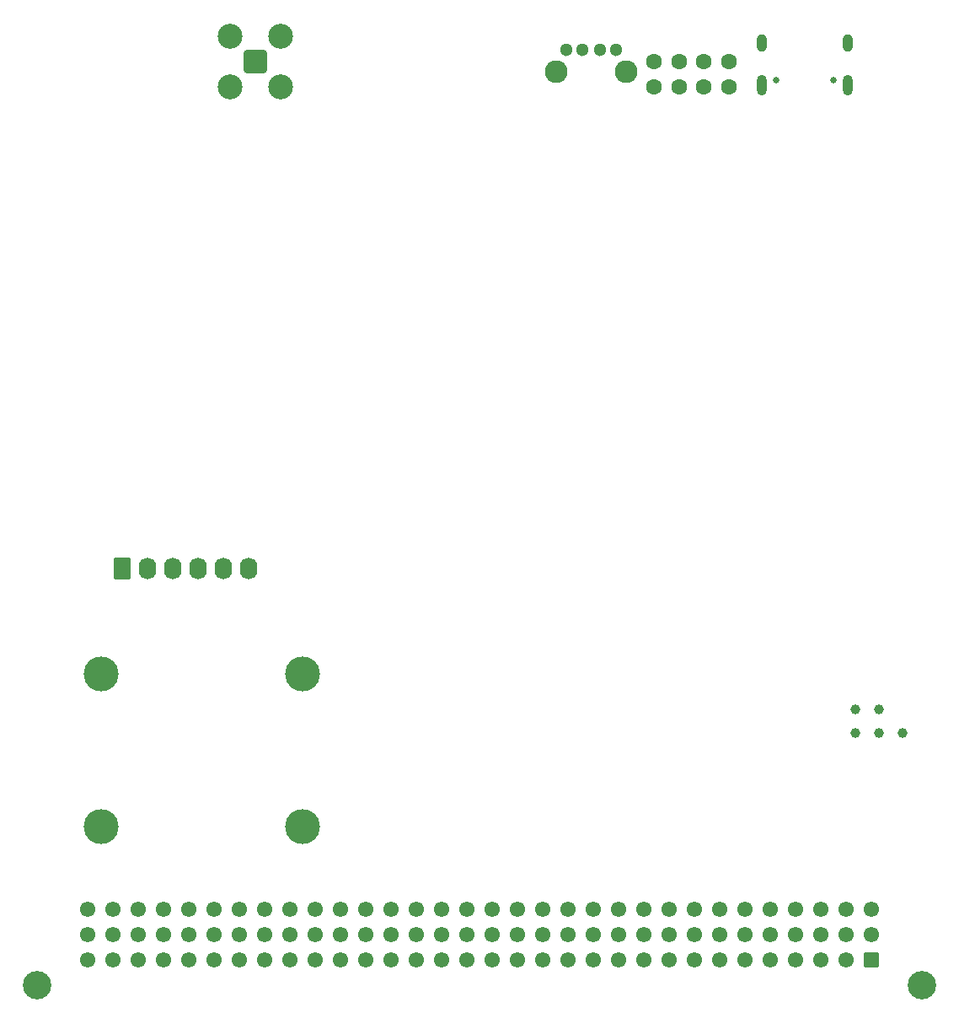
<source format=gbr>
%TF.GenerationSoftware,KiCad,Pcbnew,9.0.1-9.0.1-0~ubuntu24.04.1*%
%TF.CreationDate,2025-04-24T10:15:56+00:00*%
%TF.ProjectId,ModuCard-navigation-module,4d6f6475-4361-4726-942d-6e6176696761,2.0.0*%
%TF.SameCoordinates,Original*%
%TF.FileFunction,Soldermask,Bot*%
%TF.FilePolarity,Negative*%
%FSLAX46Y46*%
G04 Gerber Fmt 4.6, Leading zero omitted, Abs format (unit mm)*
G04 Created by KiCad (PCBNEW 9.0.1-9.0.1-0~ubuntu24.04.1) date 2025-04-24 10:15:56*
%MOMM*%
%LPD*%
G01*
G04 APERTURE LIST*
G04 Aperture macros list*
%AMRoundRect*
0 Rectangle with rounded corners*
0 $1 Rounding radius*
0 $2 $3 $4 $5 $6 $7 $8 $9 X,Y pos of 4 corners*
0 Add a 4 corners polygon primitive as box body*
4,1,4,$2,$3,$4,$5,$6,$7,$8,$9,$2,$3,0*
0 Add four circle primitives for the rounded corners*
1,1,$1+$1,$2,$3*
1,1,$1+$1,$4,$5*
1,1,$1+$1,$6,$7*
1,1,$1+$1,$8,$9*
0 Add four rect primitives between the rounded corners*
20,1,$1+$1,$2,$3,$4,$5,0*
20,1,$1+$1,$4,$5,$6,$7,0*
20,1,$1+$1,$6,$7,$8,$9,0*
20,1,$1+$1,$8,$9,$2,$3,0*%
G04 Aperture macros list end*
%ADD10C,1.600000*%
%ADD11C,1.300000*%
%ADD12C,2.286000*%
%ADD13RoundRect,0.200100X-0.949900X-0.949900X0.949900X-0.949900X0.949900X0.949900X-0.949900X0.949900X0*%
%ADD14C,2.500000*%
%ADD15C,3.500000*%
%ADD16C,0.650000*%
%ADD17O,1.000000X2.100000*%
%ADD18O,1.000000X1.800000*%
%ADD19C,2.850000*%
%ADD20RoundRect,0.249999X0.525001X0.525001X-0.525001X0.525001X-0.525001X-0.525001X0.525001X-0.525001X0*%
%ADD21C,1.550000*%
%ADD22RoundRect,0.250000X-0.620000X-0.845000X0.620000X-0.845000X0.620000X0.845000X-0.620000X0.845000X0*%
%ADD23O,1.740000X2.190000*%
%ADD24C,1.000000*%
G04 APERTURE END LIST*
D10*
%TO.C,LED300*%
X106863600Y-55785000D03*
X109403600Y-55785000D03*
X106863600Y-58325000D03*
X109403600Y-58325000D03*
%TD*%
D11*
%TO.C,BTN400*%
X103079415Y-54584163D03*
X101449415Y-54584163D03*
X99709415Y-54584163D03*
X98079415Y-54584163D03*
D12*
X104079415Y-56834163D03*
X97079415Y-56834163D03*
%TD*%
D13*
%TO.C,J1100*%
X66890000Y-55825001D03*
D14*
X64350000Y-53285001D03*
X64350000Y-58365001D03*
X69430000Y-53285001D03*
X69430000Y-58365001D03*
%TD*%
D15*
%TO.C,H401*%
X51370000Y-132535001D03*
%TD*%
%TO.C,H403*%
X71620000Y-117285001D03*
%TD*%
D16*
%TO.C,J800*%
X124940000Y-57640000D03*
X119160000Y-57640000D03*
D17*
X126370000Y-58140000D03*
D18*
X126370000Y-53960000D03*
D17*
X117730000Y-58140000D03*
D18*
X117730000Y-53960000D03*
%TD*%
D15*
%TO.C,H400*%
X71620000Y-132535001D03*
%TD*%
%TO.C,H402*%
X51370000Y-117285001D03*
%TD*%
D19*
%TO.C,J200*%
X133820000Y-148515000D03*
X44920000Y-148515000D03*
D20*
X128740000Y-145975000D03*
D21*
X126200000Y-145975000D03*
X123660000Y-145975000D03*
X121120000Y-145975000D03*
X118580000Y-145975000D03*
X116040000Y-145975000D03*
X113500000Y-145975000D03*
X110960000Y-145975000D03*
X108420000Y-145975000D03*
X105880000Y-145975000D03*
X103340000Y-145975000D03*
X100800000Y-145975000D03*
X98260000Y-145975000D03*
X95720000Y-145975000D03*
X93180000Y-145975000D03*
X90640000Y-145975000D03*
X88100000Y-145975000D03*
X85560000Y-145975000D03*
X83020000Y-145975000D03*
X80480000Y-145975000D03*
X77940000Y-145975000D03*
X75400000Y-145975000D03*
X72860000Y-145975000D03*
X70320000Y-145975000D03*
X67780000Y-145975000D03*
X65240000Y-145975000D03*
X62700000Y-145975000D03*
X60160000Y-145975000D03*
X57620000Y-145975000D03*
X55080000Y-145975000D03*
X52540000Y-145975000D03*
X50000000Y-145975000D03*
X128740000Y-143435000D03*
X126200000Y-143435000D03*
X123660000Y-143435000D03*
X121120000Y-143435000D03*
X118580000Y-143435000D03*
X116040000Y-143435000D03*
X113500000Y-143435000D03*
X110960000Y-143435000D03*
X108420000Y-143435000D03*
X105880000Y-143435000D03*
X103340000Y-143435000D03*
X100800000Y-143435000D03*
X98260000Y-143435000D03*
X95720000Y-143435000D03*
X93180000Y-143435000D03*
X90640000Y-143435000D03*
X88100000Y-143435000D03*
X85560000Y-143435000D03*
X83020000Y-143435000D03*
X80480000Y-143435000D03*
X77940000Y-143435000D03*
X75400000Y-143435000D03*
X72860000Y-143435000D03*
X70320000Y-143435000D03*
X67780000Y-143435000D03*
X65240000Y-143435000D03*
X62700000Y-143435000D03*
X60160000Y-143435000D03*
X57620000Y-143435000D03*
X55080000Y-143435000D03*
X52540000Y-143435000D03*
X50000000Y-143435000D03*
X128740000Y-140895000D03*
X126200000Y-140895000D03*
X123660000Y-140895000D03*
X121120000Y-140895000D03*
X118580000Y-140895000D03*
X116040000Y-140895000D03*
X113500000Y-140895000D03*
X110960000Y-140895000D03*
X108420000Y-140895000D03*
X105880000Y-140895000D03*
X103340000Y-140895000D03*
X100800000Y-140895000D03*
X98260000Y-140895000D03*
X95720000Y-140895000D03*
X93180000Y-140895000D03*
X90640000Y-140895000D03*
X88100000Y-140895000D03*
X85560000Y-140895000D03*
X83020000Y-140895000D03*
X80480000Y-140895000D03*
X77940000Y-140895000D03*
X75400000Y-140895000D03*
X72860000Y-140895000D03*
X70320000Y-140895000D03*
X67780000Y-140895000D03*
X65240000Y-140895000D03*
X62700000Y-140895000D03*
X60160000Y-140895000D03*
X57620000Y-140895000D03*
X55080000Y-140895000D03*
X52540000Y-140895000D03*
X50000000Y-140895000D03*
%TD*%
D22*
%TO.C,J400*%
X53470000Y-106685001D03*
D23*
X56010000Y-106685001D03*
X58550000Y-106685001D03*
X61090000Y-106685001D03*
X63630000Y-106685001D03*
X66170000Y-106685001D03*
%TD*%
D10*
%TO.C,LED301*%
X111913600Y-55785000D03*
X114453600Y-55785000D03*
X111913600Y-58325000D03*
X114453600Y-58325000D03*
%TD*%
D24*
%TO.C,TP704*%
X127100000Y-123175000D03*
%TD*%
%TO.C,TP706*%
X131900000Y-123175000D03*
%TD*%
%TO.C,TP703*%
X129500000Y-120775000D03*
%TD*%
%TO.C,TP702*%
X127100000Y-120775000D03*
%TD*%
%TO.C,TP705*%
X129500000Y-123175000D03*
%TD*%
M02*

</source>
